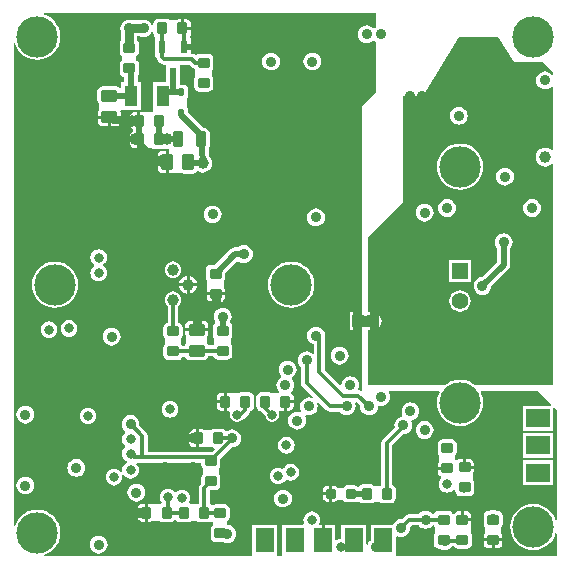
<source format=gbl>
G04 Layer_Physical_Order=4*
G04 Layer_Color=16711680*
%FSLAX44Y44*%
%MOMM*%
G71*
G01*
G75*
G04:AMPARAMS|DCode=10|XSize=1mm|YSize=0.9mm|CornerRadius=0.1125mm|HoleSize=0mm|Usage=FLASHONLY|Rotation=180.000|XOffset=0mm|YOffset=0mm|HoleType=Round|Shape=RoundedRectangle|*
%AMROUNDEDRECTD10*
21,1,1.0000,0.6750,0,0,180.0*
21,1,0.7750,0.9000,0,0,180.0*
1,1,0.2250,-0.3875,0.3375*
1,1,0.2250,0.3875,0.3375*
1,1,0.2250,0.3875,-0.3375*
1,1,0.2250,-0.3875,-0.3375*
%
%ADD10ROUNDEDRECTD10*%
G04:AMPARAMS|DCode=11|XSize=1mm|YSize=0.9mm|CornerRadius=0.1125mm|HoleSize=0mm|Usage=FLASHONLY|Rotation=270.000|XOffset=0mm|YOffset=0mm|HoleType=Round|Shape=RoundedRectangle|*
%AMROUNDEDRECTD11*
21,1,1.0000,0.6750,0,0,270.0*
21,1,0.7750,0.9000,0,0,270.0*
1,1,0.2250,-0.3375,-0.3875*
1,1,0.2250,-0.3375,0.3875*
1,1,0.2250,0.3375,0.3875*
1,1,0.2250,0.3375,-0.3875*
%
%ADD11ROUNDEDRECTD11*%
G04:AMPARAMS|DCode=15|XSize=1.4mm|YSize=1mm|CornerRadius=0.125mm|HoleSize=0mm|Usage=FLASHONLY|Rotation=90.000|XOffset=0mm|YOffset=0mm|HoleType=Round|Shape=RoundedRectangle|*
%AMROUNDEDRECTD15*
21,1,1.4000,0.7500,0,0,90.0*
21,1,1.1500,1.0000,0,0,90.0*
1,1,0.2500,0.3750,0.5750*
1,1,0.2500,0.3750,-0.5750*
1,1,0.2500,-0.3750,-0.5750*
1,1,0.2500,-0.3750,0.5750*
%
%ADD15ROUNDEDRECTD15*%
G04:AMPARAMS|DCode=16|XSize=1.4mm|YSize=1mm|CornerRadius=0.125mm|HoleSize=0mm|Usage=FLASHONLY|Rotation=180.000|XOffset=0mm|YOffset=0mm|HoleType=Round|Shape=RoundedRectangle|*
%AMROUNDEDRECTD16*
21,1,1.4000,0.7500,0,0,180.0*
21,1,1.1500,1.0000,0,0,180.0*
1,1,0.2500,-0.5750,0.3750*
1,1,0.2500,0.5750,0.3750*
1,1,0.2500,0.5750,-0.3750*
1,1,0.2500,-0.5750,-0.3750*
%
%ADD16ROUNDEDRECTD16*%
G04:AMPARAMS|DCode=17|XSize=0.65mm|YSize=0.5mm|CornerRadius=0.05mm|HoleSize=0mm|Usage=FLASHONLY|Rotation=90.000|XOffset=0mm|YOffset=0mm|HoleType=Round|Shape=RoundedRectangle|*
%AMROUNDEDRECTD17*
21,1,0.6500,0.4000,0,0,90.0*
21,1,0.5500,0.5000,0,0,90.0*
1,1,0.1000,0.2000,0.2750*
1,1,0.1000,0.2000,-0.2750*
1,1,0.1000,-0.2000,-0.2750*
1,1,0.1000,-0.2000,0.2750*
%
%ADD17ROUNDEDRECTD17*%
G04:AMPARAMS|DCode=34|XSize=1.3mm|YSize=0.8mm|CornerRadius=0.1mm|HoleSize=0mm|Usage=FLASHONLY|Rotation=270.000|XOffset=0mm|YOffset=0mm|HoleType=Round|Shape=RoundedRectangle|*
%AMROUNDEDRECTD34*
21,1,1.3000,0.6000,0,0,270.0*
21,1,1.1000,0.8000,0,0,270.0*
1,1,0.2000,-0.3000,-0.5500*
1,1,0.2000,-0.3000,0.5500*
1,1,0.2000,0.3000,0.5500*
1,1,0.2000,0.3000,-0.5500*
%
%ADD34ROUNDEDRECTD34*%
%ADD38R,1.0000X1.0000*%
%ADD39C,0.2000*%
%ADD40C,0.3000*%
%ADD42C,0.5000*%
%ADD43C,0.7500*%
%ADD44C,0.9000*%
%ADD45C,0.8000*%
%ADD46C,1.0000*%
%ADD47R,1.4000X1.4000*%
%ADD48C,1.4000*%
%ADD49C,3.5000*%
%ADD50C,0.9000*%
G04:AMPARAMS|DCode=51|XSize=0.8mm|YSize=0.8mm|CornerRadius=0.1mm|HoleSize=0mm|Usage=FLASHONLY|Rotation=180.000|XOffset=0mm|YOffset=0mm|HoleType=Round|Shape=RoundedRectangle|*
%AMROUNDEDRECTD51*
21,1,0.8000,0.6000,0,0,180.0*
21,1,0.6000,0.8000,0,0,180.0*
1,1,0.2000,-0.3000,0.3000*
1,1,0.2000,0.3000,0.3000*
1,1,0.2000,0.3000,-0.3000*
1,1,0.2000,-0.3000,-0.3000*
%
%ADD51ROUNDEDRECTD51*%
%ADD52R,1.5000X2.0000*%
%ADD53R,2.0000X1.5000*%
%ADD54R,0.6000X1.0500*%
%ADD55R,1.1000X1.8000*%
G36*
X317000Y-10000D02*
Y-21616D01*
X315651Y-22651D01*
X315635Y-22672D01*
X314863D01*
X314161Y-22507D01*
X312782Y-21449D01*
X310958Y-20693D01*
X309000Y-20435D01*
X307042Y-20693D01*
X305218Y-21449D01*
X303651Y-22651D01*
X302449Y-24218D01*
X301693Y-26042D01*
X301435Y-28000D01*
X301693Y-29958D01*
X302449Y-31782D01*
X303651Y-33349D01*
X305218Y-34551D01*
X307042Y-35307D01*
X309000Y-35565D01*
X310958Y-35307D01*
X312782Y-34551D01*
X314161Y-33493D01*
X314863Y-33328D01*
X315635D01*
X315651Y-33349D01*
X317000Y-34384D01*
Y-77000D01*
X305000Y-89000D01*
X305000Y-117000D01*
Y-263435D01*
X302000D01*
X301812Y-263460D01*
X294460D01*
Y-270812D01*
X294435Y-271000D01*
X294460Y-271188D01*
Y-278540D01*
X301812D01*
X302000Y-278565D01*
X305000D01*
Y-329065D01*
X303756Y-329761D01*
X302567Y-329525D01*
X302441Y-329433D01*
X301856Y-328417D01*
X301817Y-328142D01*
X302307Y-326958D01*
X302565Y-325000D01*
X302307Y-323042D01*
X301551Y-321218D01*
X300349Y-319651D01*
X298782Y-318449D01*
X296958Y-317693D01*
X295000Y-317435D01*
X293042Y-317693D01*
X291218Y-318449D01*
X289651Y-319651D01*
X288449Y-321218D01*
X287693Y-323042D01*
X287534Y-324249D01*
X286193Y-324705D01*
X273588Y-312099D01*
Y-286000D01*
X273336Y-284734D01*
X273565Y-283000D01*
X273307Y-281042D01*
X272551Y-279218D01*
X271349Y-277651D01*
X269782Y-276449D01*
X267958Y-275693D01*
X266000Y-275435D01*
X264042Y-275693D01*
X262218Y-276449D01*
X260651Y-277651D01*
X259449Y-279218D01*
X258693Y-281042D01*
X258435Y-283000D01*
X258693Y-284958D01*
X259449Y-286782D01*
X260651Y-288349D01*
X262218Y-289551D01*
X264042Y-290307D01*
X264412Y-290356D01*
Y-298145D01*
X263142Y-298492D01*
X261782Y-297449D01*
X259958Y-296693D01*
X258000Y-296435D01*
X256042Y-296693D01*
X254218Y-297449D01*
X252651Y-298651D01*
X251449Y-300218D01*
X250693Y-302042D01*
X250435Y-304000D01*
X250693Y-305958D01*
X251449Y-307782D01*
X252651Y-309349D01*
X253412Y-309933D01*
Y-323000D01*
X253761Y-324756D01*
X254756Y-326244D01*
X263446Y-334935D01*
X262727Y-336012D01*
X261958Y-335693D01*
X260000Y-335435D01*
X258042Y-335693D01*
X256218Y-336449D01*
X254651Y-337651D01*
X253449Y-339218D01*
X252693Y-341042D01*
X252435Y-343000D01*
X252693Y-344958D01*
X253449Y-346782D01*
X253622Y-347007D01*
X252821Y-348051D01*
X251958Y-347693D01*
X250000Y-347435D01*
X248042Y-347693D01*
X246218Y-348449D01*
X244651Y-349651D01*
X243449Y-351218D01*
X242693Y-353042D01*
X242435Y-355000D01*
X242693Y-356958D01*
X243449Y-358782D01*
X244651Y-360349D01*
X246218Y-361551D01*
X248042Y-362307D01*
X250000Y-362565D01*
X251958Y-362307D01*
X253782Y-361551D01*
X255349Y-360349D01*
X256551Y-358782D01*
X257307Y-356958D01*
X257565Y-355000D01*
X257307Y-353042D01*
X256551Y-351218D01*
X256378Y-350993D01*
X257179Y-349949D01*
X258042Y-350307D01*
X260000Y-350565D01*
X261958Y-350307D01*
X263782Y-349551D01*
X265349Y-348349D01*
X266551Y-346782D01*
X267307Y-344958D01*
X267565Y-343000D01*
X267307Y-341042D01*
X266988Y-340273D01*
X268065Y-339554D01*
X274756Y-346244D01*
X276244Y-347239D01*
X278000Y-347588D01*
X286067D01*
X286651Y-348349D01*
X288218Y-349551D01*
X290042Y-350307D01*
X292000Y-350565D01*
X293958Y-350307D01*
X295782Y-349551D01*
X297349Y-348349D01*
X298551Y-346782D01*
X299307Y-344958D01*
X299565Y-343000D01*
X299307Y-341042D01*
X299100Y-340541D01*
X299870Y-339252D01*
X300680Y-339169D01*
X303561Y-342049D01*
X303435Y-343000D01*
X303693Y-344958D01*
X304449Y-346782D01*
X305651Y-348349D01*
X307218Y-349551D01*
X309042Y-350307D01*
X311000Y-350565D01*
X312958Y-350307D01*
X314782Y-349551D01*
X316349Y-348349D01*
X317551Y-346782D01*
X318307Y-344958D01*
X318504Y-343459D01*
X318765Y-342900D01*
X319767Y-342402D01*
X321000Y-342565D01*
X322958Y-342307D01*
X324782Y-341551D01*
X326349Y-340349D01*
X327551Y-338782D01*
X328307Y-336958D01*
X328565Y-335000D01*
X328307Y-333042D01*
X327551Y-331218D01*
X327491Y-331139D01*
X328053Y-330000D01*
X369999D01*
X370652Y-331089D01*
X369897Y-332502D01*
X368782Y-336177D01*
X368406Y-340000D01*
X368782Y-343823D01*
X369897Y-347498D01*
X371708Y-350886D01*
X374145Y-353855D01*
X377114Y-356292D01*
X380502Y-358103D01*
X384177Y-359218D01*
X388000Y-359594D01*
X391823Y-359218D01*
X395499Y-358103D01*
X398886Y-356292D01*
X401855Y-353855D01*
X404292Y-350886D01*
X406103Y-347498D01*
X407218Y-343823D01*
X407594Y-340000D01*
X407218Y-336177D01*
X406103Y-332502D01*
X405348Y-331089D01*
X406001Y-330000D01*
X454000D01*
X465327Y-341327D01*
X464841Y-342500D01*
X441000D01*
Y-363500D01*
X467000D01*
Y-344659D01*
X468173Y-344173D01*
X470000Y-346000D01*
Y-439381D01*
X468730Y-439569D01*
X468103Y-437502D01*
X466292Y-434114D01*
X463855Y-431145D01*
X460886Y-428708D01*
X457498Y-426897D01*
X453823Y-425782D01*
X450000Y-425406D01*
X446177Y-425782D01*
X442502Y-426897D01*
X439114Y-428708D01*
X436145Y-431145D01*
X433708Y-434114D01*
X431897Y-437502D01*
X430782Y-441177D01*
X430406Y-445000D01*
X430782Y-448823D01*
X431897Y-452498D01*
X433708Y-455886D01*
X436145Y-458855D01*
X439114Y-461292D01*
X442502Y-463103D01*
X446177Y-464218D01*
X450000Y-464594D01*
X453823Y-464218D01*
X457498Y-463103D01*
X460886Y-461292D01*
X463855Y-458855D01*
X466292Y-455886D01*
X468103Y-452498D01*
X468730Y-450431D01*
X470000Y-450619D01*
Y-470000D01*
X334152D01*
X333500Y-469000D01*
X333500Y-468730D01*
Y-453493D01*
X334770Y-452780D01*
X336042Y-453307D01*
X338000Y-453565D01*
X339958Y-453307D01*
X341782Y-452551D01*
X343349Y-451349D01*
X344551Y-449782D01*
X345307Y-447958D01*
X345565Y-446000D01*
X345439Y-445049D01*
X346900Y-443588D01*
X353067D01*
X353651Y-444349D01*
X355218Y-445551D01*
X357042Y-446307D01*
X359000Y-446565D01*
X360958Y-446307D01*
X362782Y-445551D01*
X364349Y-444349D01*
X364933Y-443588D01*
X366161D01*
X366239Y-443984D01*
X367000Y-445123D01*
Y-449877D01*
X366239Y-451016D01*
X365919Y-452625D01*
Y-459375D01*
X366239Y-460984D01*
X367151Y-462349D01*
X368516Y-463261D01*
X370125Y-463581D01*
X371291D01*
X373041Y-464306D01*
X374999Y-464564D01*
X376957Y-464306D01*
X378782Y-463550D01*
X379045Y-463348D01*
X379484Y-463261D01*
X380849Y-462349D01*
X381358Y-461587D01*
X382642D01*
X383151Y-462349D01*
X384515Y-463261D01*
X386125Y-463581D01*
X393875D01*
X395485Y-463261D01*
X396849Y-462349D01*
X397761Y-460984D01*
X398081Y-459375D01*
Y-452625D01*
X397761Y-451016D01*
X397000Y-449877D01*
Y-444295D01*
X397327Y-443805D01*
X397612Y-442375D01*
Y-440270D01*
X390000D01*
Y-439000D01*
X388730D01*
Y-431888D01*
X386125D01*
X384695Y-432172D01*
X383483Y-432982D01*
X382982Y-433732D01*
X382658Y-433807D01*
X381569Y-433729D01*
X380849Y-432651D01*
X379484Y-431739D01*
X377875Y-431419D01*
X370125D01*
X368516Y-431739D01*
X367151Y-432651D01*
X366239Y-434016D01*
X366161Y-434412D01*
X364933D01*
X364349Y-433651D01*
X362782Y-432449D01*
X360958Y-431693D01*
X359000Y-431435D01*
X357042Y-431693D01*
X355218Y-432449D01*
X353651Y-433651D01*
X353067Y-434412D01*
X345000D01*
X343244Y-434761D01*
X341756Y-435756D01*
X338951Y-438560D01*
X338000Y-438435D01*
X336042Y-438693D01*
X334218Y-439449D01*
X332651Y-440651D01*
X331449Y-442218D01*
X331125Y-443000D01*
X312500D01*
Y-455998D01*
X311650Y-456650D01*
X310448Y-458217D01*
X309692Y-460041D01*
X308500Y-459760D01*
Y-443000D01*
X287500D01*
Y-454500D01*
X286999Y-454939D01*
X285172Y-455179D01*
X283469Y-455885D01*
X283179Y-456107D01*
X282040Y-455546D01*
Y-443460D01*
X273270D01*
Y-456000D01*
X270730D01*
Y-443460D01*
X269344D01*
X268755Y-442190D01*
X269320Y-440827D01*
X269560Y-439000D01*
X269320Y-437173D01*
X268614Y-435470D01*
X267492Y-434008D01*
X266030Y-432886D01*
X264327Y-432180D01*
X262500Y-431940D01*
X260672Y-432180D01*
X258970Y-432886D01*
X257507Y-434008D01*
X256385Y-435470D01*
X255680Y-437173D01*
X255439Y-439000D01*
X255680Y-440827D01*
X256137Y-441930D01*
X255396Y-443200D01*
X237500D01*
Y-468730D01*
X237500Y-469200D01*
X236561Y-470000D01*
X234039D01*
X233100Y-469200D01*
X233100Y-468730D01*
Y-443200D01*
X212100D01*
Y-468730D01*
X212100Y-469200D01*
X211161Y-470000D01*
X35619D01*
X35431Y-468730D01*
X37498Y-468103D01*
X40886Y-466292D01*
X43855Y-463855D01*
X46292Y-460886D01*
X48103Y-457498D01*
X49218Y-453823D01*
X49594Y-450000D01*
X49218Y-446177D01*
X48103Y-442502D01*
X46292Y-439114D01*
X43855Y-436145D01*
X40886Y-433708D01*
X37498Y-431897D01*
X33823Y-430782D01*
X30000Y-430406D01*
X26177Y-430782D01*
X22502Y-431897D01*
X19114Y-433708D01*
X16145Y-436145D01*
X13708Y-439114D01*
X11897Y-442502D01*
X11270Y-444569D01*
X10000Y-444381D01*
Y-35619D01*
X11270Y-35431D01*
X11897Y-37498D01*
X13708Y-40886D01*
X16145Y-43855D01*
X19114Y-46292D01*
X22502Y-48103D01*
X26177Y-49218D01*
X30000Y-49594D01*
X33823Y-49218D01*
X37498Y-48103D01*
X40886Y-46292D01*
X43855Y-43855D01*
X46292Y-40886D01*
X48103Y-37498D01*
X49218Y-33823D01*
X49594Y-30000D01*
X49218Y-26177D01*
X48103Y-22502D01*
X46292Y-19114D01*
X43855Y-16145D01*
X40886Y-13708D01*
X37498Y-11897D01*
X35431Y-11270D01*
X35619Y-10000D01*
X317000Y-10000D01*
D02*
G37*
G36*
X434000Y-51000D02*
X458000D01*
X467000Y-60000D01*
Y-61716D01*
X465730Y-62147D01*
X465349Y-61651D01*
X463782Y-60449D01*
X461958Y-59693D01*
X460000Y-59435D01*
X458042Y-59693D01*
X456218Y-60449D01*
X454651Y-61651D01*
X453449Y-63218D01*
X452693Y-65042D01*
X452435Y-67000D01*
X452693Y-68958D01*
X453449Y-70782D01*
X454651Y-72349D01*
X456218Y-73551D01*
X458042Y-74307D01*
X460000Y-74565D01*
X461958Y-74307D01*
X463782Y-73551D01*
X465349Y-72349D01*
X465730Y-71853D01*
X467000Y-72284D01*
Y-125895D01*
X465730Y-126326D01*
X465706Y-126294D01*
X464035Y-125012D01*
X462088Y-124206D01*
X460000Y-123931D01*
X457912Y-124206D01*
X455965Y-125012D01*
X454294Y-126294D01*
X453012Y-127965D01*
X452206Y-129912D01*
X451931Y-132000D01*
X452206Y-134088D01*
X453012Y-136034D01*
X454294Y-137706D01*
X455965Y-138988D01*
X457912Y-139794D01*
X460000Y-140069D01*
X462088Y-139794D01*
X464035Y-138988D01*
X465706Y-137706D01*
X465730Y-137674D01*
X467000Y-138105D01*
Y-275000D01*
Y-324885D01*
X400320D01*
X398886Y-323708D01*
X395499Y-321897D01*
X391823Y-320782D01*
X388000Y-320406D01*
X384177Y-320782D01*
X380502Y-321897D01*
X377114Y-323708D01*
X375680Y-324885D01*
X309966D01*
Y-279000D01*
X310000D01*
Y-278565D01*
X314000D01*
X315958Y-278307D01*
X317782Y-277551D01*
X319349Y-276349D01*
X320551Y-274782D01*
X321307Y-272958D01*
X321565Y-271000D01*
X321307Y-269042D01*
X320551Y-267218D01*
X319349Y-265651D01*
X317782Y-264449D01*
X315958Y-263693D01*
X314000Y-263435D01*
X310000D01*
Y-263000D01*
X309966D01*
Y-200000D01*
X340000Y-169966D01*
X340000Y-80000D01*
X357000D01*
X387000Y-30000D01*
X420000D01*
X434000Y-51000D01*
D02*
G37*
%LPC*%
G36*
X139375Y-14919D02*
X132625D01*
X131016Y-15239D01*
X129651Y-16151D01*
X128739Y-17515D01*
X128419Y-19125D01*
Y-20409D01*
X127149Y-20661D01*
X126551Y-19218D01*
X125349Y-17651D01*
X123782Y-16449D01*
X121958Y-15693D01*
X120000Y-15435D01*
X118042Y-15693D01*
X116838Y-16192D01*
X111162D01*
X109958Y-15693D01*
X108000Y-15435D01*
X106042Y-15693D01*
X104218Y-16449D01*
X102651Y-17651D01*
X101449Y-19218D01*
X100693Y-21042D01*
X100435Y-23000D01*
X100693Y-24958D01*
X101192Y-26162D01*
Y-33124D01*
X101151Y-33151D01*
X100239Y-34516D01*
X99919Y-36125D01*
Y-42875D01*
X100239Y-44485D01*
X101151Y-45849D01*
X102000Y-46416D01*
Y-49584D01*
X101151Y-50151D01*
X100239Y-51515D01*
X99919Y-53125D01*
Y-59875D01*
X100239Y-61484D01*
X101151Y-62849D01*
X102515Y-63761D01*
X103892Y-64035D01*
Y-68000D01*
X101000D01*
Y-72675D01*
X100170Y-73032D01*
X99730Y-73130D01*
X98408Y-72247D01*
X96750Y-71917D01*
X85250D01*
X83592Y-72247D01*
X82186Y-73186D01*
X81247Y-74592D01*
X80917Y-76250D01*
Y-83750D01*
X81247Y-85408D01*
X82000Y-86536D01*
Y-92292D01*
X81680Y-92771D01*
X81386Y-94250D01*
Y-96730D01*
X91000D01*
X100614D01*
Y-94250D01*
X100367Y-93008D01*
X101008Y-92247D01*
X101332Y-92000D01*
X118000D01*
Y-68000D01*
X115108D01*
Y-62462D01*
X115761Y-61484D01*
X116081Y-59875D01*
Y-53125D01*
X115761Y-51515D01*
X114849Y-50151D01*
X114000Y-49584D01*
Y-46416D01*
X114849Y-45849D01*
X115761Y-44485D01*
X116081Y-42875D01*
Y-36125D01*
X115761Y-34516D01*
X114849Y-33151D01*
X114808Y-33124D01*
Y-29808D01*
X116838D01*
X118042Y-30307D01*
X120000Y-30565D01*
X121958Y-30307D01*
X123782Y-29551D01*
X125349Y-28349D01*
X126551Y-26782D01*
X127149Y-25339D01*
X128419Y-25591D01*
Y-26875D01*
X128739Y-28484D01*
X129164Y-29119D01*
X129500Y-30250D01*
X129500Y-30250D01*
X129500D01*
X129500Y-30250D01*
Y-46750D01*
X130912D01*
Y-47500D01*
X131261Y-49256D01*
X132256Y-50744D01*
X133756Y-52244D01*
X135244Y-53239D01*
X137000Y-53588D01*
X139000D01*
Y-68000D01*
X128000D01*
Y-92000D01*
X128000D01*
X128014Y-93098D01*
X127981Y-93262D01*
X126877Y-94000D01*
X121295D01*
X120805Y-93673D01*
X119375Y-93388D01*
X117270D01*
Y-101000D01*
X116000D01*
Y-102270D01*
X108888D01*
Y-104875D01*
X109172Y-106305D01*
X109983Y-107517D01*
X111195Y-108327D01*
X111322Y-108352D01*
Y-109647D01*
X111195Y-109673D01*
X109983Y-110483D01*
X109173Y-111695D01*
X108888Y-113125D01*
Y-115730D01*
X116000D01*
Y-117000D01*
X117270D01*
Y-124612D01*
X119375D01*
X120805Y-124327D01*
X121295Y-124000D01*
X126877D01*
X128015Y-124761D01*
X129625Y-125081D01*
X136375D01*
X137881Y-124781D01*
X137912Y-124794D01*
X140000Y-125069D01*
X141687Y-124847D01*
X141977Y-125116D01*
X141485Y-126370D01*
X141465Y-126386D01*
X141270D01*
Y-136000D01*
Y-145614D01*
X143750D01*
X145229Y-145320D01*
X145708Y-145000D01*
X151464D01*
X152592Y-145753D01*
X154250Y-146083D01*
X161750D01*
X163408Y-145753D01*
X164814Y-144814D01*
X165292Y-144099D01*
X165965Y-143988D01*
X167912Y-144794D01*
X170000Y-145069D01*
X172088Y-144794D01*
X174035Y-143988D01*
X175706Y-142706D01*
X176988Y-141034D01*
X177794Y-139088D01*
X178069Y-137000D01*
X177794Y-134912D01*
X176988Y-132965D01*
X175706Y-131294D01*
X175364Y-131032D01*
X175114Y-125039D01*
X175768Y-124061D01*
X176078Y-122500D01*
Y-111500D01*
X175768Y-109939D01*
X174884Y-108616D01*
X173561Y-107732D01*
X172000Y-107422D01*
X171352D01*
X157569Y-93638D01*
Y-92250D01*
X157297Y-90884D01*
X156523Y-89727D01*
X156500Y-89711D01*
Y-82289D01*
X156523Y-82273D01*
X157297Y-81116D01*
X157569Y-79750D01*
Y-77197D01*
X157608Y-77000D01*
X157569Y-76803D01*
Y-74250D01*
X157297Y-72884D01*
X156523Y-71727D01*
X155366Y-70953D01*
X154000Y-70681D01*
X151817D01*
X151000Y-69750D01*
Y-53588D01*
X159100D01*
X160756Y-55244D01*
X162244Y-56239D01*
X163126Y-56414D01*
X163239Y-56985D01*
X164000Y-58123D01*
Y-62877D01*
X163239Y-64015D01*
X162919Y-65625D01*
Y-72375D01*
X163239Y-73984D01*
X164151Y-75349D01*
X165515Y-76261D01*
X167125Y-76581D01*
X174875D01*
X176485Y-76261D01*
X177849Y-75349D01*
X178761Y-73984D01*
X179081Y-72375D01*
Y-65625D01*
X178761Y-64015D01*
X178000Y-62877D01*
Y-58123D01*
X178761Y-56985D01*
X179081Y-55375D01*
Y-48625D01*
X178761Y-47016D01*
X177849Y-45651D01*
X176485Y-44739D01*
X174875Y-44419D01*
X167125D01*
X165515Y-44739D01*
X164151Y-45651D01*
X164132Y-45680D01*
X162756Y-44761D01*
X161000Y-44412D01*
X160040D01*
Y-39770D01*
X154500D01*
Y-37230D01*
X160040D01*
Y-30710D01*
X159518D01*
X159159Y-29854D01*
X159069Y-29440D01*
X159827Y-28305D01*
X160112Y-26875D01*
Y-24270D01*
X153000D01*
Y-23000D01*
X151730D01*
Y-15388D01*
X149625D01*
X148195Y-15673D01*
X147705Y-16000D01*
X142123D01*
X140984Y-15239D01*
X139375Y-14919D01*
D02*
G37*
G36*
X156375Y-15388D02*
X154270D01*
Y-21730D01*
X160112D01*
Y-19125D01*
X159827Y-17695D01*
X159017Y-16483D01*
X157805Y-15673D01*
X156375Y-15388D01*
D02*
G37*
G36*
X263000Y-43435D02*
X261042Y-43693D01*
X259218Y-44449D01*
X257651Y-45651D01*
X256449Y-47218D01*
X255693Y-49042D01*
X255435Y-51000D01*
X255693Y-52958D01*
X256449Y-54782D01*
X257651Y-56349D01*
X259218Y-57551D01*
X261042Y-58307D01*
X263000Y-58565D01*
X264958Y-58307D01*
X266782Y-57551D01*
X268349Y-56349D01*
X269551Y-54782D01*
X270307Y-52958D01*
X270565Y-51000D01*
X270307Y-49042D01*
X269551Y-47218D01*
X268349Y-45651D01*
X266782Y-44449D01*
X264958Y-43693D01*
X263000Y-43435D01*
D02*
G37*
G36*
X228000D02*
X226042Y-43693D01*
X224218Y-44449D01*
X222651Y-45651D01*
X221449Y-47218D01*
X220693Y-49042D01*
X220435Y-51000D01*
X220693Y-52958D01*
X221449Y-54782D01*
X222651Y-56349D01*
X224218Y-57551D01*
X226042Y-58307D01*
X228000Y-58565D01*
X229958Y-58307D01*
X231782Y-57551D01*
X233349Y-56349D01*
X234551Y-54782D01*
X235307Y-52958D01*
X235565Y-51000D01*
X235307Y-49042D01*
X234551Y-47218D01*
X233349Y-45651D01*
X231782Y-44449D01*
X229958Y-43693D01*
X228000Y-43435D01*
D02*
G37*
G36*
X114730Y-93388D02*
X112625D01*
X111195Y-93673D01*
X109983Y-94483D01*
X109172Y-95695D01*
X108888Y-97125D01*
Y-99730D01*
X114730D01*
Y-93388D01*
D02*
G37*
G36*
X100614Y-99270D02*
X92270D01*
Y-105614D01*
X96750D01*
X98229Y-105320D01*
X99482Y-104482D01*
X100320Y-103229D01*
X100614Y-101750D01*
Y-99270D01*
D02*
G37*
G36*
X89730D02*
X81386D01*
Y-101750D01*
X81680Y-103229D01*
X82518Y-104482D01*
X83771Y-105320D01*
X85250Y-105614D01*
X89730D01*
Y-99270D01*
D02*
G37*
G36*
X114730Y-118270D02*
X108888D01*
Y-120875D01*
X109173Y-122305D01*
X109983Y-123517D01*
X111195Y-124327D01*
X112625Y-124612D01*
X114730D01*
Y-118270D01*
D02*
G37*
G36*
X138730Y-126386D02*
X136250D01*
X134771Y-126680D01*
X133518Y-127518D01*
X132680Y-128771D01*
X132386Y-130250D01*
Y-134730D01*
X138730D01*
Y-126386D01*
D02*
G37*
G36*
Y-137270D02*
X132386D01*
Y-141750D01*
X132680Y-143229D01*
X133518Y-144482D01*
X134771Y-145320D01*
X136250Y-145614D01*
X138730D01*
Y-137270D01*
D02*
G37*
G36*
X178500Y-172935D02*
X176542Y-173193D01*
X174718Y-173949D01*
X173151Y-175151D01*
X171949Y-176718D01*
X171193Y-178542D01*
X170935Y-180500D01*
X171193Y-182458D01*
X171949Y-184282D01*
X173151Y-185849D01*
X174718Y-187051D01*
X176542Y-187807D01*
X178500Y-188065D01*
X180458Y-187807D01*
X182282Y-187051D01*
X183849Y-185849D01*
X185051Y-184282D01*
X185807Y-182458D01*
X186065Y-180500D01*
X185807Y-178542D01*
X185051Y-176718D01*
X183849Y-175151D01*
X182282Y-173949D01*
X180458Y-173193D01*
X178500Y-172935D01*
D02*
G37*
G36*
X266000Y-175435D02*
X264042Y-175693D01*
X262218Y-176449D01*
X260651Y-177651D01*
X259449Y-179218D01*
X258693Y-181042D01*
X258435Y-183000D01*
X258693Y-184958D01*
X259449Y-186782D01*
X260651Y-188349D01*
X262218Y-189551D01*
X264042Y-190307D01*
X266000Y-190565D01*
X267958Y-190307D01*
X269782Y-189551D01*
X271349Y-188349D01*
X272551Y-186782D01*
X273307Y-184958D01*
X273565Y-183000D01*
X273307Y-181042D01*
X272551Y-179218D01*
X271349Y-177651D01*
X269782Y-176449D01*
X267958Y-175693D01*
X266000Y-175435D01*
D02*
G37*
G36*
X205000Y-206435D02*
X203042Y-206693D01*
X201218Y-207449D01*
X199988Y-208392D01*
X197500D01*
X195354Y-208819D01*
X193535Y-210035D01*
X180650Y-222919D01*
X177125D01*
X175515Y-223239D01*
X174151Y-224151D01*
X173239Y-225515D01*
X172919Y-227125D01*
Y-233875D01*
X173239Y-235485D01*
X174000Y-236623D01*
Y-242205D01*
X173673Y-242695D01*
X173388Y-244125D01*
Y-246230D01*
X188612D01*
Y-244125D01*
X188327Y-242695D01*
X188000Y-242205D01*
Y-236623D01*
X188761Y-235485D01*
X189081Y-233875D01*
Y-230350D01*
X199823Y-219608D01*
X199988D01*
X201218Y-220551D01*
X203042Y-221307D01*
X205000Y-221565D01*
X206958Y-221307D01*
X208782Y-220551D01*
X210349Y-219349D01*
X211551Y-217782D01*
X212307Y-215958D01*
X212565Y-214000D01*
X212307Y-212042D01*
X211551Y-210218D01*
X210349Y-208651D01*
X208782Y-207449D01*
X206958Y-206693D01*
X205000Y-206435D01*
D02*
G37*
G36*
X145000Y-220240D02*
X143173Y-220480D01*
X141470Y-221185D01*
X140007Y-222308D01*
X138885Y-223770D01*
X138180Y-225473D01*
X137940Y-227300D01*
X138180Y-229127D01*
X138885Y-230830D01*
X140007Y-232292D01*
X141470Y-233414D01*
X143173Y-234120D01*
X145000Y-234360D01*
X146827Y-234120D01*
X148530Y-233414D01*
X149992Y-232292D01*
X151115Y-230830D01*
X151820Y-229127D01*
X152060Y-227300D01*
X151820Y-225473D01*
X151115Y-223770D01*
X149992Y-222308D01*
X148530Y-221185D01*
X146827Y-220480D01*
X145000Y-220240D01*
D02*
G37*
G36*
X82000Y-209940D02*
X80173Y-210180D01*
X78470Y-210886D01*
X77007Y-212008D01*
X75886Y-213470D01*
X75180Y-215173D01*
X74940Y-217000D01*
X75180Y-218827D01*
X75886Y-220530D01*
X77007Y-221992D01*
X77967Y-222729D01*
X78041Y-222899D01*
Y-224101D01*
X77967Y-224271D01*
X77007Y-225008D01*
X75886Y-226470D01*
X75180Y-228173D01*
X74940Y-230000D01*
X75180Y-231827D01*
X75886Y-233530D01*
X77007Y-234992D01*
X78470Y-236115D01*
X80173Y-236820D01*
X82000Y-237060D01*
X83827Y-236820D01*
X85530Y-236115D01*
X86992Y-234992D01*
X88115Y-233530D01*
X88820Y-231827D01*
X89060Y-230000D01*
X88820Y-228173D01*
X88115Y-226470D01*
X86992Y-225008D01*
X86033Y-224271D01*
X85959Y-224101D01*
Y-222899D01*
X86033Y-222729D01*
X86992Y-221992D01*
X88115Y-220530D01*
X88820Y-218827D01*
X89060Y-217000D01*
X88820Y-215173D01*
X88115Y-213470D01*
X86992Y-212008D01*
X85530Y-210886D01*
X83827Y-210180D01*
X82000Y-209940D01*
D02*
G37*
G36*
X158970Y-232562D02*
Y-238730D01*
X165138D01*
X165046Y-238032D01*
X164286Y-236197D01*
X163078Y-234622D01*
X161502Y-233414D01*
X159668Y-232654D01*
X158970Y-232562D01*
D02*
G37*
G36*
X156430D02*
X155732Y-232654D01*
X153897Y-233414D01*
X152322Y-234622D01*
X151114Y-236197D01*
X150354Y-238032D01*
X150262Y-238730D01*
X156430D01*
Y-232562D01*
D02*
G37*
G36*
X165138Y-241270D02*
X158970D01*
Y-247438D01*
X159668Y-247346D01*
X161502Y-246586D01*
X163078Y-245378D01*
X164286Y-243803D01*
X165046Y-241968D01*
X165138Y-241270D01*
D02*
G37*
G36*
X156430D02*
X150262D01*
X150354Y-241968D01*
X151114Y-243803D01*
X152322Y-245378D01*
X153897Y-246586D01*
X155732Y-247346D01*
X156430Y-247438D01*
Y-241270D01*
D02*
G37*
G36*
X188612Y-248770D02*
X182270D01*
Y-254612D01*
X184875D01*
X186305Y-254327D01*
X187517Y-253517D01*
X188327Y-252305D01*
X188612Y-250875D01*
Y-248770D01*
D02*
G37*
G36*
X179730D02*
X173388D01*
Y-250875D01*
X173673Y-252305D01*
X174483Y-253517D01*
X175695Y-254327D01*
X177125Y-254612D01*
X179730D01*
Y-248770D01*
D02*
G37*
G36*
X245000Y-220406D02*
X241177Y-220782D01*
X237502Y-221897D01*
X234114Y-223708D01*
X231145Y-226145D01*
X228708Y-229114D01*
X226897Y-232502D01*
X225782Y-236177D01*
X225406Y-240000D01*
X225782Y-243823D01*
X226897Y-247498D01*
X228708Y-250886D01*
X231145Y-253855D01*
X234114Y-256292D01*
X237502Y-258103D01*
X241177Y-259218D01*
X245000Y-259594D01*
X248823Y-259218D01*
X252498Y-258103D01*
X255886Y-256292D01*
X258855Y-253855D01*
X261292Y-250886D01*
X263103Y-247498D01*
X264218Y-243823D01*
X264594Y-240000D01*
X264218Y-236177D01*
X263103Y-232502D01*
X261292Y-229114D01*
X258855Y-226145D01*
X255886Y-223708D01*
X252498Y-221897D01*
X248823Y-220782D01*
X245000Y-220406D01*
D02*
G37*
G36*
X45000D02*
X41177Y-220782D01*
X37502Y-221897D01*
X34114Y-223708D01*
X31145Y-226145D01*
X28708Y-229114D01*
X26897Y-232502D01*
X25782Y-236177D01*
X25406Y-240000D01*
X25782Y-243823D01*
X26897Y-247498D01*
X28708Y-250886D01*
X31145Y-253855D01*
X34114Y-256292D01*
X37502Y-258103D01*
X41177Y-259218D01*
X45000Y-259594D01*
X48823Y-259218D01*
X52498Y-258103D01*
X55886Y-256292D01*
X58855Y-253855D01*
X61292Y-250886D01*
X63103Y-247498D01*
X64218Y-243823D01*
X64594Y-240000D01*
X64218Y-236177D01*
X63103Y-232502D01*
X61292Y-229114D01*
X58855Y-226145D01*
X55886Y-223708D01*
X52498Y-221897D01*
X48823Y-220782D01*
X45000Y-220406D01*
D02*
G37*
G36*
X170750Y-270386D02*
X166270D01*
Y-276730D01*
X174614D01*
Y-274250D01*
X174320Y-272771D01*
X173482Y-271518D01*
X172229Y-270680D01*
X170750Y-270386D01*
D02*
G37*
G36*
X163730D02*
X159250D01*
X157771Y-270680D01*
X156518Y-271518D01*
X155680Y-272771D01*
X155386Y-274250D01*
Y-276730D01*
X163730D01*
Y-270386D01*
D02*
G37*
G36*
X57000Y-269940D02*
X55173Y-270180D01*
X53470Y-270886D01*
X52007Y-272008D01*
X50886Y-273470D01*
X50180Y-275173D01*
X49940Y-277000D01*
X50180Y-278827D01*
X50886Y-280530D01*
X52007Y-281992D01*
X53470Y-283114D01*
X55173Y-283820D01*
X57000Y-284060D01*
X58827Y-283820D01*
X60530Y-283114D01*
X61992Y-281992D01*
X63115Y-280530D01*
X63820Y-278827D01*
X64060Y-277000D01*
X63820Y-275173D01*
X63115Y-273470D01*
X61992Y-272008D01*
X60530Y-270886D01*
X58827Y-270180D01*
X57000Y-269940D01*
D02*
G37*
G36*
X40000Y-270940D02*
X38173Y-271180D01*
X36470Y-271886D01*
X35008Y-273008D01*
X33886Y-274470D01*
X33180Y-276173D01*
X32940Y-278000D01*
X33180Y-279827D01*
X33886Y-281530D01*
X35008Y-282992D01*
X36470Y-284114D01*
X38173Y-284820D01*
X40000Y-285060D01*
X41827Y-284820D01*
X43530Y-284114D01*
X44992Y-282992D01*
X46115Y-281530D01*
X46820Y-279827D01*
X47060Y-278000D01*
X46820Y-276173D01*
X46115Y-274470D01*
X44992Y-273008D01*
X43530Y-271886D01*
X41827Y-271180D01*
X40000Y-270940D01*
D02*
G37*
G36*
X93000Y-276435D02*
X91042Y-276693D01*
X89218Y-277449D01*
X87651Y-278651D01*
X86449Y-280218D01*
X85693Y-282042D01*
X85435Y-284000D01*
X85693Y-285958D01*
X86449Y-287782D01*
X87651Y-289349D01*
X89218Y-290551D01*
X91042Y-291307D01*
X93000Y-291565D01*
X94958Y-291307D01*
X96782Y-290551D01*
X98349Y-289349D01*
X99551Y-287782D01*
X100307Y-285958D01*
X100565Y-284000D01*
X100307Y-282042D01*
X99551Y-280218D01*
X98349Y-278651D01*
X96782Y-277449D01*
X94958Y-276693D01*
X93000Y-276435D01*
D02*
G37*
G36*
X145000Y-245640D02*
X143173Y-245880D01*
X141470Y-246586D01*
X140007Y-247708D01*
X138885Y-249170D01*
X138180Y-250873D01*
X137940Y-252700D01*
X138180Y-254527D01*
X138885Y-256230D01*
X140007Y-257692D01*
X140412Y-258003D01*
Y-272061D01*
X139515Y-272239D01*
X138151Y-273151D01*
X137239Y-274515D01*
X136919Y-276125D01*
Y-282875D01*
X137239Y-284485D01*
X138000Y-285623D01*
Y-290377D01*
X137239Y-291516D01*
X136919Y-293125D01*
Y-299875D01*
X137239Y-301485D01*
X138151Y-302849D01*
X139515Y-303761D01*
X141125Y-304081D01*
X148875D01*
X150485Y-303761D01*
X151849Y-302849D01*
X152761Y-301485D01*
X152839Y-301088D01*
X155183D01*
X155247Y-301408D01*
X156186Y-302814D01*
X157592Y-303753D01*
X159250Y-304083D01*
X170750D01*
X172408Y-303753D01*
X173814Y-302814D01*
X174753Y-301408D01*
X174916Y-300588D01*
X179160D01*
X179239Y-300984D01*
X180151Y-302349D01*
X181516Y-303261D01*
X183125Y-303581D01*
X190875D01*
X192484Y-303261D01*
X193849Y-302349D01*
X194761Y-300984D01*
X195081Y-299375D01*
Y-292625D01*
X194761Y-291015D01*
X194000Y-289877D01*
Y-285123D01*
X194761Y-283985D01*
X195081Y-282375D01*
Y-275625D01*
X194761Y-274016D01*
X193849Y-272651D01*
X193477Y-272402D01*
X193270Y-271149D01*
X193551Y-270782D01*
X194307Y-268958D01*
X194565Y-267000D01*
X194307Y-265042D01*
X193551Y-263218D01*
X192349Y-261651D01*
X190782Y-260449D01*
X188958Y-259693D01*
X187000Y-259435D01*
X185042Y-259693D01*
X183218Y-260449D01*
X181651Y-261651D01*
X180449Y-263218D01*
X179693Y-265042D01*
X179435Y-267000D01*
X179693Y-268958D01*
X180449Y-270782D01*
X180730Y-271149D01*
X180523Y-272402D01*
X180151Y-272651D01*
X179239Y-274016D01*
X178919Y-275625D01*
Y-282375D01*
X179239Y-283985D01*
X180000Y-285123D01*
Y-289877D01*
X179239Y-291015D01*
X179160Y-291412D01*
X174916D01*
X174753Y-290592D01*
X174000Y-289464D01*
Y-283708D01*
X174320Y-283229D01*
X174614Y-281750D01*
Y-279270D01*
X165000D01*
X155386D01*
Y-281750D01*
X155680Y-283229D01*
X156000Y-283708D01*
Y-289464D01*
X155247Y-290592D01*
X154984Y-291912D01*
X152839D01*
X152761Y-291516D01*
X152000Y-290377D01*
Y-285623D01*
X152761Y-284485D01*
X153081Y-282875D01*
Y-276125D01*
X152761Y-274515D01*
X151849Y-273151D01*
X150485Y-272239D01*
X149588Y-272061D01*
Y-258003D01*
X149992Y-257692D01*
X151115Y-256230D01*
X151820Y-254527D01*
X152060Y-252700D01*
X151820Y-250873D01*
X151115Y-249170D01*
X149992Y-247708D01*
X148530Y-246586D01*
X146827Y-245880D01*
X145000Y-245640D01*
D02*
G37*
G36*
X286000Y-292435D02*
X284042Y-292693D01*
X282218Y-293449D01*
X280651Y-294651D01*
X279449Y-296218D01*
X278693Y-298042D01*
X278435Y-300000D01*
X278693Y-301958D01*
X279449Y-303782D01*
X280651Y-305349D01*
X282218Y-306551D01*
X284042Y-307307D01*
X286000Y-307565D01*
X287958Y-307307D01*
X289782Y-306551D01*
X291349Y-305349D01*
X292551Y-303782D01*
X293307Y-301958D01*
X293565Y-300000D01*
X293307Y-298042D01*
X292551Y-296218D01*
X291349Y-294651D01*
X289782Y-293449D01*
X287958Y-292693D01*
X286000Y-292435D01*
D02*
G37*
G36*
X209375Y-330919D02*
X202625D01*
X201016Y-331239D01*
X199877Y-332000D01*
X194295D01*
X193805Y-331673D01*
X192375Y-331388D01*
X190270D01*
Y-339000D01*
Y-346612D01*
X192375D01*
X192543Y-346578D01*
X193348Y-347659D01*
X192882Y-350000D01*
X193348Y-352341D01*
X194674Y-354326D01*
X196659Y-355652D01*
X199000Y-356118D01*
X201341Y-355652D01*
X203326Y-354326D01*
X203327Y-354324D01*
X203756Y-354239D01*
X205244Y-353244D01*
X209244Y-349244D01*
X210239Y-347756D01*
X210415Y-346874D01*
X210985Y-346761D01*
X212349Y-345849D01*
X213261Y-344484D01*
X213581Y-342875D01*
Y-335125D01*
X213261Y-333516D01*
X212349Y-332151D01*
X210985Y-331239D01*
X209375Y-330919D01*
D02*
G37*
G36*
X242000Y-304435D02*
X240042Y-304693D01*
X238218Y-305449D01*
X236651Y-306651D01*
X235449Y-308218D01*
X234693Y-310042D01*
X234435Y-312000D01*
X234693Y-313958D01*
X235449Y-315782D01*
X236386Y-317004D01*
X236242Y-318241D01*
X236108Y-318533D01*
X234651Y-319651D01*
X233449Y-321218D01*
X232693Y-323042D01*
X232435Y-325000D01*
X232693Y-326958D01*
X233449Y-328782D01*
X234651Y-330349D01*
X234895Y-330536D01*
X234711Y-331996D01*
X234705Y-332000D01*
X229123D01*
X227984Y-331239D01*
X226375Y-330919D01*
X219625D01*
X218015Y-331239D01*
X216651Y-332151D01*
X215739Y-333516D01*
X215419Y-335125D01*
Y-342875D01*
X215739Y-344484D01*
X216651Y-345849D01*
X218015Y-346761D01*
X219625Y-347081D01*
X219646D01*
X219755Y-347244D01*
X222975Y-350463D01*
X223348Y-352341D01*
X224674Y-354326D01*
X226659Y-355652D01*
X229000Y-356118D01*
X231341Y-355652D01*
X233326Y-354326D01*
X234652Y-352341D01*
X235117Y-350000D01*
X234652Y-347659D01*
X234450Y-347357D01*
X235007Y-346588D01*
X235304Y-346349D01*
X236625Y-346612D01*
X238730D01*
Y-339000D01*
X240000D01*
Y-337730D01*
X247112D01*
Y-335125D01*
X246827Y-333695D01*
X246017Y-332483D01*
X245289Y-331996D01*
X245105Y-330536D01*
X245349Y-330349D01*
X246551Y-328782D01*
X247307Y-326958D01*
X247565Y-325000D01*
X247307Y-323042D01*
X246551Y-321218D01*
X245614Y-319996D01*
X245758Y-318759D01*
X245892Y-318467D01*
X247349Y-317349D01*
X248551Y-315782D01*
X249307Y-313958D01*
X249565Y-312000D01*
X249307Y-310042D01*
X248551Y-308218D01*
X247349Y-306651D01*
X245782Y-305449D01*
X243958Y-304693D01*
X242000Y-304435D01*
D02*
G37*
G36*
X187730Y-331388D02*
X185625D01*
X184195Y-331673D01*
X182983Y-332483D01*
X182173Y-333695D01*
X181888Y-335125D01*
Y-337730D01*
X187730D01*
Y-331388D01*
D02*
G37*
G36*
X247112Y-340270D02*
X241270D01*
Y-346612D01*
X243375D01*
X244805Y-346327D01*
X246017Y-345517D01*
X246827Y-344305D01*
X247112Y-342875D01*
Y-340270D01*
D02*
G37*
G36*
X187730D02*
X181888D01*
Y-342875D01*
X182173Y-344305D01*
X182983Y-345517D01*
X184195Y-346327D01*
X185625Y-346612D01*
X187730D01*
Y-340270D01*
D02*
G37*
G36*
X142500Y-338440D02*
X140673Y-338680D01*
X138970Y-339386D01*
X137508Y-340508D01*
X136386Y-341970D01*
X135680Y-343673D01*
X135440Y-345500D01*
X135680Y-347327D01*
X136386Y-349030D01*
X137508Y-350493D01*
X138970Y-351614D01*
X140673Y-352320D01*
X142500Y-352560D01*
X144327Y-352320D01*
X146030Y-351614D01*
X147493Y-350493D01*
X148615Y-349030D01*
X149320Y-347327D01*
X149560Y-345500D01*
X149320Y-343673D01*
X148615Y-341970D01*
X147493Y-340508D01*
X146030Y-339386D01*
X144327Y-338680D01*
X142500Y-338440D01*
D02*
G37*
G36*
X20000Y-342435D02*
X18042Y-342693D01*
X16218Y-343449D01*
X14651Y-344651D01*
X13449Y-346218D01*
X12693Y-348042D01*
X12435Y-350000D01*
X12693Y-351958D01*
X13449Y-353782D01*
X14651Y-355349D01*
X16218Y-356551D01*
X18042Y-357307D01*
X20000Y-357565D01*
X21958Y-357307D01*
X23782Y-356551D01*
X25349Y-355349D01*
X26551Y-353782D01*
X27307Y-351958D01*
X27565Y-350000D01*
X27307Y-348042D01*
X26551Y-346218D01*
X25349Y-344651D01*
X23782Y-343449D01*
X21958Y-342693D01*
X20000Y-342435D01*
D02*
G37*
G36*
X73000Y-343939D02*
X71172Y-344179D01*
X69470Y-344885D01*
X68007Y-346007D01*
X66885Y-347469D01*
X66180Y-349172D01*
X65939Y-350999D01*
X66180Y-352827D01*
X66885Y-354529D01*
X68007Y-355992D01*
X69470Y-357114D01*
X71172Y-357819D01*
X73000Y-358060D01*
X74827Y-357819D01*
X76530Y-357114D01*
X77992Y-355992D01*
X79114Y-354529D01*
X79820Y-352827D01*
X80060Y-350999D01*
X79820Y-349172D01*
X79114Y-347469D01*
X77992Y-346007D01*
X76530Y-344885D01*
X74827Y-344179D01*
X73000Y-343939D01*
D02*
G37*
G36*
X346000Y-339435D02*
X344042Y-339693D01*
X342218Y-340449D01*
X340651Y-341651D01*
X339449Y-343218D01*
X338693Y-345042D01*
X338435Y-347000D01*
X338693Y-348958D01*
X339230Y-350255D01*
X338623Y-351616D01*
X338041Y-351692D01*
X336217Y-352448D01*
X334650Y-353650D01*
X333448Y-355217D01*
X332692Y-357041D01*
X332435Y-358999D01*
X332676Y-360834D01*
X322756Y-370754D01*
X321761Y-372243D01*
X321412Y-373999D01*
Y-409160D01*
X321016Y-409239D01*
X319877Y-410000D01*
X315123D01*
X313985Y-409239D01*
X312375Y-408919D01*
X305625D01*
X304016Y-409239D01*
X302651Y-410151D01*
X302459Y-410439D01*
X301384Y-411116D01*
X300061Y-410232D01*
X298500Y-409921D01*
X292500D01*
X290939Y-410232D01*
X289616Y-411116D01*
X289025Y-412000D01*
X284422D01*
X284052Y-411447D01*
X282881Y-410665D01*
X281500Y-410390D01*
X279770D01*
Y-416999D01*
Y-423609D01*
X281500D01*
X282881Y-423334D01*
X284052Y-422552D01*
X284421Y-422000D01*
X289026D01*
X289616Y-422883D01*
X290939Y-423767D01*
X292500Y-424078D01*
X298500D01*
X300061Y-423767D01*
X301384Y-422883D01*
X302458Y-423561D01*
X302651Y-423849D01*
X304016Y-424761D01*
X305625Y-425081D01*
X312375D01*
X313985Y-424761D01*
X315123Y-424000D01*
X319877D01*
X321016Y-424761D01*
X322625Y-425081D01*
X329375D01*
X330984Y-424761D01*
X332349Y-423849D01*
X333261Y-422485D01*
X333581Y-420875D01*
Y-413125D01*
X333261Y-411516D01*
X332349Y-410151D01*
X330984Y-409239D01*
X330588Y-409160D01*
Y-375899D01*
X339932Y-366555D01*
X339999Y-366564D01*
X341957Y-366306D01*
X343782Y-365550D01*
X345348Y-364348D01*
X346550Y-362782D01*
X347306Y-360957D01*
X347564Y-358999D01*
X347306Y-357041D01*
X346769Y-355744D01*
X347376Y-354384D01*
X347958Y-354307D01*
X349782Y-353551D01*
X351349Y-352349D01*
X352551Y-350782D01*
X353307Y-348958D01*
X353565Y-347000D01*
X353307Y-345042D01*
X352551Y-343218D01*
X351349Y-341651D01*
X349782Y-340449D01*
X347958Y-339693D01*
X346000Y-339435D01*
D02*
G37*
G36*
X164730Y-362388D02*
X162625D01*
X161195Y-362673D01*
X159983Y-363483D01*
X159172Y-364695D01*
X158888Y-366125D01*
Y-368730D01*
X164730D01*
Y-362388D01*
D02*
G37*
G36*
X358000Y-355435D02*
X356042Y-355693D01*
X354218Y-356449D01*
X352651Y-357651D01*
X351449Y-359218D01*
X350693Y-361042D01*
X350435Y-363000D01*
X350693Y-364958D01*
X351449Y-366782D01*
X352651Y-368349D01*
X354218Y-369551D01*
X356042Y-370307D01*
X358000Y-370565D01*
X359958Y-370307D01*
X361782Y-369551D01*
X363349Y-368349D01*
X364551Y-366782D01*
X365307Y-364958D01*
X365565Y-363000D01*
X365307Y-361042D01*
X364551Y-359218D01*
X363349Y-357651D01*
X361782Y-356449D01*
X359958Y-355693D01*
X358000Y-355435D01*
D02*
G37*
G36*
X109000Y-350435D02*
X107042Y-350693D01*
X105218Y-351449D01*
X103651Y-352651D01*
X102449Y-354218D01*
X101693Y-356042D01*
X101435Y-358000D01*
X101693Y-359958D01*
X102449Y-361782D01*
X103651Y-363349D01*
X104518Y-364015D01*
X104554Y-365588D01*
X104008Y-366007D01*
X102886Y-367470D01*
X102180Y-369173D01*
X101940Y-371000D01*
X102180Y-372827D01*
X102886Y-374530D01*
X104008Y-375992D01*
X104493Y-376365D01*
Y-377635D01*
X104007Y-378007D01*
X102885Y-379469D01*
X102180Y-381172D01*
X101939Y-382999D01*
X102180Y-384827D01*
X102885Y-386529D01*
X104007Y-387992D01*
X105470Y-389114D01*
X105949Y-389312D01*
Y-390687D01*
X105470Y-390886D01*
X104008Y-392007D01*
X102886Y-393470D01*
X102180Y-395173D01*
X101940Y-397000D01*
X102180Y-398827D01*
X102215Y-398911D01*
X101115Y-399470D01*
X99992Y-398008D01*
X98530Y-396885D01*
X96827Y-396180D01*
X95000Y-395940D01*
X93173Y-396180D01*
X91470Y-396885D01*
X90007Y-398008D01*
X88885Y-399470D01*
X88180Y-401173D01*
X87940Y-403000D01*
X88180Y-404827D01*
X88885Y-406530D01*
X90007Y-407993D01*
X91470Y-409114D01*
X93173Y-409820D01*
X95000Y-410060D01*
X96827Y-409820D01*
X98530Y-409114D01*
X99992Y-407993D01*
X101115Y-406530D01*
X101820Y-404827D01*
X102060Y-403000D01*
X101820Y-401173D01*
X101785Y-401089D01*
X102886Y-400530D01*
X104008Y-401992D01*
X105470Y-403115D01*
X107173Y-403820D01*
X109000Y-404060D01*
X110827Y-403820D01*
X112530Y-403115D01*
X113993Y-401992D01*
X115114Y-400530D01*
X115820Y-398827D01*
X116060Y-397000D01*
X115820Y-395173D01*
X115114Y-393470D01*
X113993Y-392007D01*
X113798Y-391858D01*
X114229Y-390588D01*
X168919D01*
Y-392875D01*
X169239Y-394484D01*
X170000Y-395623D01*
Y-400377D01*
X169239Y-401516D01*
X168919Y-403125D01*
Y-408092D01*
X168256Y-408756D01*
X167261Y-410244D01*
X166912Y-412000D01*
Y-425160D01*
X166516Y-425239D01*
X165377Y-426000D01*
X160623D01*
X159485Y-425239D01*
X159134Y-425170D01*
X158714Y-423791D01*
X159320Y-422327D01*
X159560Y-420500D01*
X159320Y-418673D01*
X158615Y-416970D01*
X157493Y-415508D01*
X156030Y-414385D01*
X154327Y-413680D01*
X152500Y-413440D01*
X150673Y-413680D01*
X148970Y-414385D01*
X147803Y-415281D01*
X146249Y-415341D01*
X145992Y-415008D01*
X144530Y-413885D01*
X142827Y-413180D01*
X141000Y-412940D01*
X139173Y-413180D01*
X137470Y-413885D01*
X136008Y-415008D01*
X134886Y-416470D01*
X134180Y-418173D01*
X133940Y-420000D01*
X134180Y-421827D01*
X134886Y-423530D01*
X135242Y-423995D01*
X134795Y-425184D01*
X134515Y-425239D01*
X133377Y-426000D01*
X127795D01*
X127305Y-425673D01*
X125875Y-425388D01*
X123770D01*
Y-433000D01*
Y-440612D01*
X125875D01*
X127305Y-440327D01*
X127795Y-440000D01*
X133377D01*
X134515Y-440761D01*
X136125Y-441081D01*
X142875D01*
X144485Y-440761D01*
X145849Y-439849D01*
X146236Y-439269D01*
X147764D01*
X148151Y-439849D01*
X149515Y-440761D01*
X151125Y-441081D01*
X157875D01*
X159485Y-440761D01*
X160623Y-440000D01*
X165377D01*
X166516Y-440761D01*
X168125Y-441081D01*
X174875D01*
X176485Y-440761D01*
X177002Y-440415D01*
X177917Y-439964D01*
X179000Y-440563D01*
Y-443584D01*
X178151Y-444151D01*
X177239Y-445516D01*
X176919Y-447125D01*
Y-453875D01*
X177239Y-455485D01*
X178151Y-456849D01*
X179515Y-457761D01*
X181125Y-458081D01*
X188496D01*
X189042Y-458307D01*
X191000Y-458565D01*
X192958Y-458307D01*
X194782Y-457551D01*
X196349Y-456349D01*
X197551Y-454782D01*
X198307Y-452958D01*
X198565Y-451000D01*
X198307Y-449042D01*
X197551Y-447218D01*
X196349Y-445651D01*
X194782Y-444449D01*
X192958Y-443693D01*
X191000Y-443435D01*
Y-440416D01*
X191849Y-439849D01*
X192761Y-438484D01*
X193081Y-436875D01*
Y-430125D01*
X192761Y-428516D01*
X191849Y-427151D01*
X190485Y-426239D01*
X188875Y-425919D01*
X181125D01*
X179515Y-426239D01*
X178404Y-426982D01*
X177849Y-426151D01*
X176485Y-425239D01*
X176088Y-425160D01*
Y-414081D01*
X180875D01*
X182484Y-413761D01*
X183849Y-412849D01*
X184761Y-411484D01*
X185081Y-409875D01*
Y-403125D01*
X184761Y-401516D01*
X184000Y-400377D01*
Y-395623D01*
X184761Y-394484D01*
X185081Y-392875D01*
Y-387408D01*
X194933Y-377556D01*
X195000Y-377565D01*
X196958Y-377307D01*
X198782Y-376551D01*
X200349Y-375349D01*
X201551Y-373782D01*
X202307Y-371958D01*
X202565Y-370000D01*
X202307Y-368042D01*
X201551Y-366218D01*
X200349Y-364651D01*
X198782Y-363449D01*
X196958Y-362693D01*
X195000Y-362435D01*
X193042Y-362693D01*
X191218Y-363449D01*
X190851Y-363730D01*
X189598Y-363523D01*
X189349Y-363151D01*
X187985Y-362239D01*
X186375Y-361919D01*
X179625D01*
X178015Y-362239D01*
X176877Y-363000D01*
X171295D01*
X170805Y-362673D01*
X169375Y-362388D01*
X167270D01*
Y-370000D01*
Y-377612D01*
X169375D01*
X170805Y-377327D01*
X171295Y-377000D01*
X176877D01*
X178015Y-377761D01*
X179625Y-378081D01*
X179771D01*
X180257Y-379254D01*
X178099Y-381412D01*
X123588D01*
Y-368000D01*
X123239Y-366244D01*
X122244Y-364756D01*
X116440Y-358951D01*
X116565Y-358000D01*
X116307Y-356042D01*
X115551Y-354218D01*
X114349Y-352651D01*
X112782Y-351449D01*
X110958Y-350693D01*
X109000Y-350435D01*
D02*
G37*
G36*
X164730Y-371270D02*
X158888D01*
Y-373875D01*
X159172Y-375305D01*
X159983Y-376517D01*
X161195Y-377327D01*
X162625Y-377612D01*
X164730D01*
Y-371270D01*
D02*
G37*
G36*
X241000Y-368940D02*
X239173Y-369180D01*
X237470Y-369885D01*
X236008Y-371008D01*
X234886Y-372470D01*
X234180Y-374173D01*
X233940Y-376000D01*
X234180Y-377827D01*
X234886Y-379530D01*
X236008Y-380993D01*
X237470Y-382114D01*
X239173Y-382820D01*
X241000Y-383060D01*
X242827Y-382820D01*
X244530Y-382114D01*
X245992Y-380993D01*
X247115Y-379530D01*
X247820Y-377827D01*
X248060Y-376000D01*
X247820Y-374173D01*
X247115Y-372470D01*
X245992Y-371008D01*
X244530Y-369885D01*
X242827Y-369180D01*
X241000Y-368940D01*
D02*
G37*
G36*
X467000Y-365500D02*
X441000D01*
Y-386500D01*
X467000D01*
Y-365500D01*
D02*
G37*
G36*
X395875Y-387388D02*
X393270D01*
Y-393230D01*
X399612D01*
Y-391125D01*
X399327Y-389695D01*
X398517Y-388483D01*
X397305Y-387673D01*
X395875Y-387388D01*
D02*
G37*
G36*
X244500Y-391833D02*
X242673Y-392074D01*
X240970Y-392779D01*
X239508Y-393901D01*
X238589Y-395098D01*
X238185Y-395399D01*
X236902Y-395625D01*
X235827Y-395180D01*
X234000Y-394940D01*
X232173Y-395180D01*
X230470Y-395886D01*
X229007Y-397008D01*
X227885Y-398470D01*
X227180Y-400173D01*
X226940Y-402000D01*
X227180Y-403827D01*
X227885Y-405530D01*
X229007Y-406992D01*
X230470Y-408115D01*
X232173Y-408820D01*
X234000Y-409060D01*
X235827Y-408820D01*
X237530Y-408115D01*
X238992Y-406992D01*
X239911Y-405796D01*
X240315Y-405495D01*
X241598Y-405268D01*
X242673Y-405713D01*
X244500Y-405954D01*
X246327Y-405713D01*
X248030Y-405008D01*
X249492Y-403886D01*
X250614Y-402424D01*
X251320Y-400721D01*
X251560Y-398893D01*
X251320Y-397066D01*
X250614Y-395363D01*
X249492Y-393901D01*
X248030Y-392779D01*
X246327Y-392074D01*
X244500Y-391833D01*
D02*
G37*
G36*
X63000Y-387435D02*
X61042Y-387693D01*
X59218Y-388449D01*
X57651Y-389651D01*
X56449Y-391218D01*
X55693Y-393042D01*
X55435Y-395000D01*
X55693Y-396958D01*
X56449Y-398782D01*
X57651Y-400349D01*
X59218Y-401551D01*
X61042Y-402307D01*
X63000Y-402565D01*
X64958Y-402307D01*
X66782Y-401551D01*
X68349Y-400349D01*
X69551Y-398782D01*
X70307Y-396958D01*
X70565Y-395000D01*
X70307Y-393042D01*
X69551Y-391218D01*
X68349Y-389651D01*
X66782Y-388449D01*
X64958Y-387693D01*
X63000Y-387435D01*
D02*
G37*
G36*
X467000Y-388500D02*
X441000D01*
Y-409500D01*
X467000D01*
Y-388500D01*
D02*
G37*
G36*
X277230Y-410390D02*
X275500D01*
X274119Y-410665D01*
X272948Y-411447D01*
X272166Y-412618D01*
X271891Y-413999D01*
Y-415729D01*
X277230D01*
Y-410390D01*
D02*
G37*
G36*
X20000Y-402435D02*
X18042Y-402693D01*
X16218Y-403449D01*
X14651Y-404651D01*
X13449Y-406218D01*
X12693Y-408042D01*
X12435Y-410000D01*
X12693Y-411958D01*
X13449Y-413782D01*
X14651Y-415349D01*
X16218Y-416551D01*
X18042Y-417307D01*
X20000Y-417565D01*
X21958Y-417307D01*
X23782Y-416551D01*
X25349Y-415349D01*
X26551Y-413782D01*
X27307Y-411958D01*
X27565Y-410000D01*
X27307Y-408042D01*
X26551Y-406218D01*
X25349Y-404651D01*
X23782Y-403449D01*
X21958Y-402693D01*
X20000Y-402435D01*
D02*
G37*
G36*
X377000Y-370435D02*
X375042Y-370693D01*
X374496Y-370919D01*
X373125D01*
X371516Y-371240D01*
X370151Y-372151D01*
X369239Y-373516D01*
X368919Y-375125D01*
Y-381875D01*
X369239Y-383485D01*
X370000Y-384623D01*
Y-390206D01*
X369673Y-390695D01*
X369388Y-392125D01*
Y-394230D01*
X377000D01*
Y-396770D01*
X369388D01*
Y-398875D01*
X369673Y-400305D01*
X370483Y-401518D01*
X371695Y-402328D01*
X372025Y-402393D01*
X372342Y-403751D01*
X372008Y-404008D01*
X370886Y-405470D01*
X370180Y-407173D01*
X369940Y-409000D01*
X370180Y-410827D01*
X370886Y-412530D01*
X372008Y-413993D01*
X373470Y-415115D01*
X375173Y-415820D01*
X377000Y-416060D01*
X378827Y-415820D01*
X380530Y-415115D01*
X381992Y-413993D01*
X382649Y-413137D01*
X383919Y-413568D01*
Y-414875D01*
X384239Y-416485D01*
X385151Y-417849D01*
X386516Y-418761D01*
X388125Y-419081D01*
X395875D01*
X397485Y-418761D01*
X398849Y-417849D01*
X399761Y-416485D01*
X400081Y-414875D01*
Y-408125D01*
X399761Y-406516D01*
X399000Y-405378D01*
Y-399795D01*
X399327Y-399305D01*
X399612Y-397875D01*
Y-395770D01*
X392000D01*
Y-394500D01*
X390730D01*
Y-387388D01*
X388125D01*
X386695Y-387673D01*
X385483Y-388483D01*
X385270Y-388801D01*
X384000Y-388416D01*
Y-384623D01*
X384761Y-383485D01*
X385081Y-381875D01*
Y-375125D01*
X384761Y-373516D01*
X383849Y-372151D01*
X382485Y-371240D01*
X380875Y-370919D01*
X379504D01*
X378958Y-370693D01*
X377000Y-370435D01*
D02*
G37*
G36*
X114000Y-408435D02*
X112042Y-408693D01*
X110218Y-409449D01*
X108651Y-410651D01*
X107449Y-412218D01*
X106693Y-414042D01*
X106435Y-416000D01*
X106693Y-417958D01*
X107449Y-419782D01*
X108651Y-421349D01*
X110218Y-422551D01*
X112042Y-423307D01*
X114000Y-423565D01*
X115958Y-423307D01*
X117782Y-422551D01*
X119349Y-421349D01*
X120551Y-419782D01*
X121307Y-417958D01*
X121565Y-416000D01*
X121307Y-414042D01*
X120551Y-412218D01*
X119349Y-410651D01*
X117782Y-409449D01*
X115958Y-408693D01*
X114000Y-408435D01*
D02*
G37*
G36*
X277230Y-418269D02*
X271891D01*
Y-420000D01*
X272166Y-421381D01*
X272948Y-422552D01*
X274119Y-423334D01*
X275500Y-423609D01*
X277230D01*
Y-418269D01*
D02*
G37*
G36*
X238000Y-413435D02*
X236042Y-413693D01*
X234218Y-414449D01*
X232651Y-415651D01*
X231449Y-417218D01*
X230693Y-419042D01*
X230435Y-421000D01*
X230693Y-422958D01*
X231449Y-424782D01*
X232651Y-426349D01*
X234218Y-427551D01*
X236042Y-428307D01*
X238000Y-428565D01*
X239958Y-428307D01*
X241782Y-427551D01*
X243349Y-426349D01*
X244551Y-424782D01*
X245307Y-422958D01*
X245565Y-421000D01*
X245307Y-419042D01*
X244551Y-417218D01*
X243349Y-415651D01*
X241782Y-414449D01*
X239958Y-413693D01*
X238000Y-413435D01*
D02*
G37*
G36*
X121230Y-425388D02*
X119125D01*
X117695Y-425673D01*
X116482Y-426483D01*
X115672Y-427695D01*
X115388Y-429125D01*
Y-431730D01*
X121230D01*
Y-425388D01*
D02*
G37*
G36*
X393875Y-431888D02*
X391270D01*
Y-437730D01*
X397612D01*
Y-435625D01*
X397327Y-434195D01*
X396517Y-432982D01*
X395305Y-432172D01*
X393875Y-431888D01*
D02*
G37*
G36*
X121230Y-434270D02*
X115388D01*
Y-436875D01*
X115672Y-438305D01*
X116482Y-439517D01*
X117695Y-440327D01*
X119125Y-440612D01*
X121230D01*
Y-434270D01*
D02*
G37*
G36*
X416000Y-430435D02*
X414042Y-430693D01*
X412289Y-431419D01*
X412125D01*
X410516Y-431739D01*
X409151Y-432651D01*
X408239Y-434016D01*
X407919Y-435625D01*
Y-442375D01*
X408239Y-443984D01*
X409000Y-445123D01*
Y-450705D01*
X408673Y-451195D01*
X408388Y-452625D01*
Y-454730D01*
X416000D01*
X423612D01*
Y-452625D01*
X423327Y-451195D01*
X423000Y-450705D01*
Y-445123D01*
X423761Y-443984D01*
X424081Y-442375D01*
Y-435625D01*
X423761Y-434016D01*
X422849Y-432651D01*
X421484Y-431739D01*
X419875Y-431419D01*
X419711D01*
X417958Y-430693D01*
X416000Y-430435D01*
D02*
G37*
G36*
X423612Y-457270D02*
X417270D01*
Y-463112D01*
X419875D01*
X421305Y-462828D01*
X422517Y-462018D01*
X423327Y-460805D01*
X423612Y-459375D01*
Y-457270D01*
D02*
G37*
G36*
X414730D02*
X408388D01*
Y-459375D01*
X408673Y-460805D01*
X409483Y-462018D01*
X410695Y-462828D01*
X412125Y-463112D01*
X414730D01*
Y-457270D01*
D02*
G37*
G36*
X82000Y-452435D02*
X80042Y-452693D01*
X78218Y-453449D01*
X76651Y-454651D01*
X75449Y-456218D01*
X74693Y-458042D01*
X74435Y-460000D01*
X74693Y-461958D01*
X75449Y-463782D01*
X76651Y-465349D01*
X78218Y-466551D01*
X80042Y-467307D01*
X82000Y-467565D01*
X83958Y-467307D01*
X85782Y-466551D01*
X87349Y-465349D01*
X88551Y-463782D01*
X89307Y-461958D01*
X89565Y-460000D01*
X89307Y-458042D01*
X88551Y-456218D01*
X87349Y-454651D01*
X85782Y-453449D01*
X83958Y-452693D01*
X82000Y-452435D01*
D02*
G37*
G36*
X387000Y-89435D02*
X385042Y-89693D01*
X383218Y-90449D01*
X381651Y-91651D01*
X380449Y-93218D01*
X379693Y-95042D01*
X379435Y-97000D01*
X379693Y-98958D01*
X380449Y-100782D01*
X381651Y-102349D01*
X383218Y-103551D01*
X385042Y-104307D01*
X387000Y-104565D01*
X388958Y-104307D01*
X390782Y-103551D01*
X392349Y-102349D01*
X393551Y-100782D01*
X394307Y-98958D01*
X394565Y-97000D01*
X394307Y-95042D01*
X393551Y-93218D01*
X392349Y-91651D01*
X390782Y-90449D01*
X388958Y-89693D01*
X387000Y-89435D01*
D02*
G37*
G36*
X426000Y-140935D02*
X424042Y-141193D01*
X422218Y-141949D01*
X420651Y-143151D01*
X419449Y-144718D01*
X418693Y-146542D01*
X418435Y-148500D01*
X418693Y-150458D01*
X419449Y-152282D01*
X420651Y-153849D01*
X422218Y-155051D01*
X424042Y-155807D01*
X426000Y-156065D01*
X427958Y-155807D01*
X429782Y-155051D01*
X431349Y-153849D01*
X432551Y-152282D01*
X433307Y-150458D01*
X433565Y-148500D01*
X433307Y-146542D01*
X432551Y-144718D01*
X431349Y-143151D01*
X429782Y-141949D01*
X427958Y-141193D01*
X426000Y-140935D01*
D02*
G37*
G36*
X388000Y-120406D02*
X384177Y-120782D01*
X380502Y-121897D01*
X377114Y-123708D01*
X374145Y-126145D01*
X371708Y-129114D01*
X369897Y-132502D01*
X368782Y-136177D01*
X368406Y-140000D01*
X368782Y-143823D01*
X369897Y-147498D01*
X371708Y-150886D01*
X374145Y-153855D01*
X377114Y-156292D01*
X380502Y-158103D01*
X384177Y-159218D01*
X388000Y-159594D01*
X391823Y-159218D01*
X395499Y-158103D01*
X398886Y-156292D01*
X401855Y-153855D01*
X404292Y-150886D01*
X406103Y-147498D01*
X407218Y-143823D01*
X407594Y-140000D01*
X407218Y-136177D01*
X406103Y-132502D01*
X404292Y-129114D01*
X401855Y-126145D01*
X398886Y-123708D01*
X395499Y-121897D01*
X391823Y-120782D01*
X388000Y-120406D01*
D02*
G37*
G36*
X449000Y-167435D02*
X447042Y-167693D01*
X445218Y-168449D01*
X443651Y-169651D01*
X442449Y-171218D01*
X441693Y-173042D01*
X441435Y-175000D01*
X441693Y-176958D01*
X442449Y-178782D01*
X443651Y-180349D01*
X445218Y-181551D01*
X447042Y-182307D01*
X449000Y-182565D01*
X450958Y-182307D01*
X452782Y-181551D01*
X454349Y-180349D01*
X455551Y-178782D01*
X456307Y-176958D01*
X456565Y-175000D01*
X456307Y-173042D01*
X455551Y-171218D01*
X454349Y-169651D01*
X452782Y-168449D01*
X450958Y-167693D01*
X449000Y-167435D01*
D02*
G37*
G36*
X377000D02*
X375042Y-167693D01*
X373218Y-168449D01*
X371651Y-169651D01*
X370449Y-171218D01*
X369693Y-173042D01*
X369435Y-175000D01*
X369693Y-176958D01*
X370449Y-178782D01*
X371651Y-180349D01*
X373218Y-181551D01*
X375042Y-182307D01*
X377000Y-182565D01*
X378958Y-182307D01*
X380782Y-181551D01*
X382349Y-180349D01*
X383551Y-178782D01*
X384307Y-176958D01*
X384565Y-175000D01*
X384307Y-173042D01*
X383551Y-171218D01*
X382349Y-169651D01*
X380782Y-168449D01*
X378958Y-167693D01*
X377000Y-167435D01*
D02*
G37*
G36*
X358000Y-171435D02*
X356042Y-171693D01*
X354218Y-172449D01*
X352651Y-173651D01*
X351449Y-175218D01*
X350693Y-177042D01*
X350435Y-179000D01*
X350693Y-180958D01*
X351449Y-182782D01*
X352651Y-184349D01*
X354218Y-185551D01*
X356042Y-186307D01*
X358000Y-186565D01*
X359958Y-186307D01*
X361782Y-185551D01*
X363349Y-184349D01*
X364551Y-182782D01*
X365307Y-180958D01*
X365565Y-179000D01*
X365307Y-177042D01*
X364551Y-175218D01*
X363349Y-173651D01*
X361782Y-172449D01*
X359958Y-171693D01*
X358000Y-171435D01*
D02*
G37*
G36*
X397000Y-219300D02*
X379000D01*
Y-237300D01*
X397000D01*
Y-219300D01*
D02*
G37*
G36*
X425000Y-196435D02*
X423042Y-196693D01*
X421218Y-197449D01*
X419651Y-198651D01*
X418449Y-200218D01*
X417693Y-202042D01*
X417435Y-204000D01*
X417693Y-205958D01*
X418449Y-207782D01*
X419392Y-209012D01*
Y-220677D01*
X406579Y-233491D01*
X405042Y-233693D01*
X403218Y-234449D01*
X401651Y-235651D01*
X400449Y-237218D01*
X399693Y-239042D01*
X399435Y-241000D01*
X399693Y-242958D01*
X400449Y-244782D01*
X401651Y-246349D01*
X403218Y-247551D01*
X405042Y-248307D01*
X407000Y-248565D01*
X408958Y-248307D01*
X410782Y-247551D01*
X412349Y-246349D01*
X413551Y-244782D01*
X414307Y-242958D01*
X414509Y-241421D01*
X428965Y-226965D01*
X430181Y-225146D01*
X430608Y-223000D01*
Y-209012D01*
X431551Y-207782D01*
X432307Y-205958D01*
X432565Y-204000D01*
X432307Y-202042D01*
X431551Y-200218D01*
X430349Y-198651D01*
X428782Y-197449D01*
X426958Y-196693D01*
X425000Y-196435D01*
D02*
G37*
G36*
X388000Y-244622D02*
X385650Y-244932D01*
X383461Y-245839D01*
X381581Y-247281D01*
X380139Y-249161D01*
X379232Y-251350D01*
X378922Y-253700D01*
X379232Y-256049D01*
X380139Y-258239D01*
X381581Y-260119D01*
X383461Y-261562D01*
X385650Y-262468D01*
X388000Y-262778D01*
X390350Y-262468D01*
X392539Y-261562D01*
X394419Y-260119D01*
X395862Y-258239D01*
X396768Y-256049D01*
X397078Y-253700D01*
X396768Y-251350D01*
X395862Y-249161D01*
X394419Y-247281D01*
X392539Y-245839D01*
X390350Y-244932D01*
X388000Y-244622D01*
D02*
G37*
%LPD*%
D10*
X377000Y-378500D02*
D03*
Y-395500D02*
D03*
X374000Y-439000D02*
D03*
Y-456000D02*
D03*
X390000Y-456000D02*
D03*
Y-439000D02*
D03*
X392000Y-394500D02*
D03*
Y-411501D02*
D03*
X416000Y-456000D02*
D03*
Y-439000D02*
D03*
X185000Y-450500D02*
D03*
Y-433500D02*
D03*
X177000Y-406500D02*
D03*
Y-389500D02*
D03*
X171000Y-69000D02*
D03*
Y-52000D02*
D03*
X108000Y-56500D02*
D03*
Y-39500D02*
D03*
X187000Y-296000D02*
D03*
Y-279000D02*
D03*
X145000Y-279500D02*
D03*
Y-296500D02*
D03*
X181000Y-247500D02*
D03*
Y-230500D02*
D03*
D11*
X309000Y-417000D02*
D03*
X326000D02*
D03*
X171500Y-433000D02*
D03*
X154500D02*
D03*
X139500Y-433000D02*
D03*
X122500D02*
D03*
X183000Y-370000D02*
D03*
X166000D02*
D03*
X206000Y-339000D02*
D03*
X189000D02*
D03*
X223000D02*
D03*
X240000D02*
D03*
X136000Y-23000D02*
D03*
X153000D02*
D03*
X116000Y-101000D02*
D03*
X133000D02*
D03*
Y-117000D02*
D03*
X116000D02*
D03*
D15*
X158000Y-136000D02*
D03*
X140000D02*
D03*
D16*
X91000Y-98000D02*
D03*
Y-80000D02*
D03*
X165000Y-296000D02*
D03*
Y-278000D02*
D03*
D17*
X152000Y-77000D02*
D03*
Y-95000D02*
D03*
D34*
X149000Y-117000D02*
D03*
X169000D02*
D03*
D38*
X302000Y-271000D02*
D03*
X314000D02*
D03*
D39*
X195000Y-371000D02*
Y-370000D01*
X73000Y-350999D02*
X73999D01*
D40*
X119000Y-386000D02*
X180000D01*
X112001D02*
X119000D01*
Y-368000D01*
X109000Y-358000D02*
X119000Y-368000D01*
X326000Y-373999D02*
X340999Y-358999D01*
X326000Y-417000D02*
Y-373999D01*
X339999Y-358999D02*
X340999D01*
X278000Y-343000D02*
X292000D01*
X258000Y-323000D02*
X278000Y-343000D01*
X258000Y-323000D02*
Y-304000D01*
X289000Y-334000D02*
X302000D01*
X269000Y-314000D02*
X289000Y-334000D01*
X269000Y-314000D02*
Y-286000D01*
X266000Y-283000D02*
X269000Y-286000D01*
X302000Y-334000D02*
X311000Y-343000D01*
X338000Y-446000D02*
X345000Y-439000D01*
X374000D01*
X286999Y-461999D02*
X294000D01*
X374999Y-456999D02*
X389001D01*
X171500Y-433000D02*
X184500D01*
X171500Y-412000D02*
X177000Y-406500D01*
X171500Y-433000D02*
Y-412000D01*
X141500Y-433000D02*
X154500D01*
X141000Y-432500D02*
Y-420000D01*
X183000Y-370000D02*
X195000D01*
X180000Y-386000D02*
X195000Y-371000D01*
X223000Y-344000D02*
Y-339000D01*
Y-344000D02*
X229000Y-350000D01*
X206000Y-346000D02*
Y-339000D01*
X202000Y-350000D02*
X206000Y-346000D01*
X199000Y-350000D02*
X202000D01*
X109000Y-382999D02*
X112001Y-386000D01*
X187000Y-267000D02*
Y-267000D01*
X186000Y-266000D02*
X187000Y-267000D01*
X135500Y-47500D02*
Y-38500D01*
Y-47500D02*
X137000Y-49000D01*
X161000D01*
X164000Y-52000D01*
X171000D01*
X135500Y-38500D02*
Y-23500D01*
X154500Y-38500D02*
Y-24500D01*
X165000Y-296000D02*
X187000D01*
X145000Y-296500D02*
X162500D01*
X145000Y-279500D02*
Y-252700D01*
D42*
X295500Y-417000D02*
X309000D01*
X181000Y-230500D02*
X197500Y-214000D01*
X205000D01*
X131000Y-135000D02*
X135000D01*
X116000Y-120000D02*
X131000Y-135000D01*
X116000Y-120000D02*
Y-117000D01*
X187000Y-279000D02*
Y-267000D01*
X165000Y-39500D02*
Y-38000D01*
X164500Y-40000D02*
X165000Y-39500D01*
X163000Y-38500D02*
X164500Y-40000D01*
X154500Y-38500D02*
X163000D01*
X145000Y-77000D02*
X152000D01*
X139500D02*
X145000D01*
Y-61500D01*
X116000Y-117000D02*
Y-101000D01*
X91000Y-98000D02*
X94000Y-101000D01*
X116000D01*
X91000Y-80000D02*
X109500D01*
Y-59000D01*
X169000Y-113000D02*
X170000Y-137000D01*
X152000Y-96000D02*
X169000Y-113000D01*
X140000Y-117000D02*
X148000D01*
X133000D02*
X140000D01*
X133000D02*
Y-101000D01*
X160000Y-137000D02*
X170000D01*
X425000Y-223000D02*
Y-204000D01*
X407000Y-241000D02*
X425000Y-223000D01*
D43*
X301000Y-282347D02*
Y-257347D01*
X315000Y-282000D02*
Y-259000D01*
X181000Y-257000D02*
Y-247500D01*
X175000Y-257000D02*
X181000D01*
X165000Y-267000D02*
X175000Y-257000D01*
X165000Y-278000D02*
Y-267000D01*
X108000Y-23000D02*
X120000D01*
X108000Y-39500D02*
Y-23000D01*
D44*
X302000Y-271000D02*
X314000D01*
D45*
X199000Y-350000D02*
D03*
X229000D02*
D03*
X191000Y-421000D02*
D03*
X391000Y-412000D02*
D03*
X82000Y-217000D02*
D03*
Y-230000D02*
D03*
X95000Y-403000D02*
D03*
X244500Y-398893D02*
D03*
X152500Y-420500D02*
D03*
X109000Y-397000D02*
D03*
X57000Y-277000D02*
D03*
X40000Y-278000D02*
D03*
X79000Y-340000D02*
D03*
X73000Y-377000D02*
D03*
X234000Y-402000D02*
D03*
X241000Y-376000D02*
D03*
X222000Y-462000D02*
D03*
X248000D02*
D03*
X286999Y-461999D02*
D03*
X273000Y-462000D02*
D03*
X262500Y-439000D02*
D03*
X377000Y-409000D02*
D03*
Y-395500D02*
D03*
X109000Y-382999D02*
D03*
X109000Y-371000D02*
D03*
X142500Y-345500D02*
D03*
X141000Y-420000D02*
D03*
X73000Y-350999D02*
D03*
D46*
X157700Y-240000D02*
D03*
X145000Y-227300D02*
D03*
Y-252700D02*
D03*
X110000Y-101000D02*
D03*
X113000Y-117000D02*
D03*
X135000Y-135000D02*
D03*
X91000Y-98000D02*
D03*
X140000Y-117000D02*
D03*
X170000Y-137000D02*
D03*
X109000Y-224000D02*
D03*
X335000Y-234000D02*
D03*
X335000Y-283500D02*
D03*
Y-266000D02*
D03*
X449000Y-261000D02*
D03*
X393000Y-284500D02*
D03*
X460000Y-132000D02*
D03*
D47*
X388000Y-228300D02*
D03*
D48*
Y-253700D02*
D03*
D49*
X45000Y-240000D02*
D03*
X245000D02*
D03*
X388000Y-340000D02*
D03*
Y-140000D02*
D03*
X450000Y-30000D02*
D03*
Y-445000D02*
D03*
X30000Y-450000D02*
D03*
Y-30000D02*
D03*
D50*
X114000Y-416000D02*
D03*
X109000Y-358000D02*
D03*
X110000Y-340000D02*
D03*
X90000Y-140000D02*
D03*
X60000D02*
D03*
X90000Y-180000D02*
D03*
X170000Y-200000D02*
D03*
X30000Y-140000D02*
D03*
Y-120000D02*
D03*
Y-100000D02*
D03*
Y-80000D02*
D03*
Y-60000D02*
D03*
X260000Y-170000D02*
D03*
Y-270000D02*
D03*
Y-210000D02*
D03*
Y-150000D02*
D03*
Y-130000D02*
D03*
X220000Y-110000D02*
D03*
X240000D02*
D03*
X260000D02*
D03*
X80000Y-407000D02*
D03*
X347000Y-115000D02*
D03*
X387000Y-97000D02*
D03*
X339999Y-358999D02*
D03*
X338000Y-446000D02*
D03*
X359000Y-439000D02*
D03*
X239000Y-363000D02*
D03*
X250000Y-355000D02*
D03*
X31000Y-384000D02*
D03*
X426000Y-381000D02*
D03*
X437000Y-419000D02*
D03*
X93000Y-284000D02*
D03*
X178500Y-180500D02*
D03*
X266000Y-283000D02*
D03*
X242000Y-312000D02*
D03*
X356000Y-80000D02*
D03*
X369000Y-114000D02*
D03*
X366000Y-80000D02*
D03*
X411000Y-115000D02*
D03*
X431000Y-163000D02*
D03*
X376000Y-205000D02*
D03*
X340000Y-211000D02*
D03*
X358000Y-208000D02*
D03*
X346000Y-80000D02*
D03*
X420000Y-41000D02*
D03*
X238000Y-421000D02*
D03*
X286000Y-300000D02*
D03*
X63000Y-395000D02*
D03*
X358000Y-179000D02*
D03*
X321000Y-335000D02*
D03*
X311000Y-343000D02*
D03*
X292000D02*
D03*
X258000Y-304000D02*
D03*
X240000Y-325000D02*
D03*
X205000Y-214000D02*
D03*
X266000Y-183000D02*
D03*
X246000Y-436000D02*
D03*
X191000Y-451000D02*
D03*
X316999Y-461999D02*
D03*
X82000Y-460000D02*
D03*
X346000Y-347000D02*
D03*
X304000Y-403000D02*
D03*
X260000Y-343000D02*
D03*
X455000Y-355000D02*
D03*
X358000Y-363000D02*
D03*
X377000Y-378000D02*
D03*
X457000Y-377000D02*
D03*
X458000Y-397000D02*
D03*
X374999Y-456999D02*
D03*
X416000Y-438000D02*
D03*
X263000Y-51000D02*
D03*
X228000D02*
D03*
X117000Y-433000D02*
D03*
X295000Y-325000D02*
D03*
X195000Y-370000D02*
D03*
X87000Y-23000D02*
D03*
X64000D02*
D03*
X162000Y-370000D02*
D03*
Y-394000D02*
D03*
X138000D02*
D03*
Y-371000D02*
D03*
X426000Y-148500D02*
D03*
X20000Y-410000D02*
D03*
Y-350000D02*
D03*
X187000Y-267000D02*
D03*
X171000Y-69000D02*
D03*
X321000Y-28000D02*
D03*
X120000Y-23000D02*
D03*
X309000Y-28000D02*
D03*
X108000Y-23000D02*
D03*
X165000Y-38000D02*
D03*
X460000Y-67000D02*
D03*
X449000Y-175000D02*
D03*
X377000D02*
D03*
X425000Y-204000D02*
D03*
X407000Y-241000D02*
D03*
D51*
X278500Y-417000D02*
D03*
X295500D02*
D03*
D52*
X298000Y-456000D02*
D03*
X323000D02*
D03*
X272000D02*
D03*
X248000Y-456200D02*
D03*
X222600D02*
D03*
D53*
X454000Y-399000D02*
D03*
Y-376000D02*
D03*
Y-353000D02*
D03*
D54*
X145000Y-61500D02*
D03*
X154500Y-38500D02*
D03*
X135500D02*
D03*
D55*
X109500Y-80000D02*
D03*
X136500D02*
D03*
M02*

</source>
